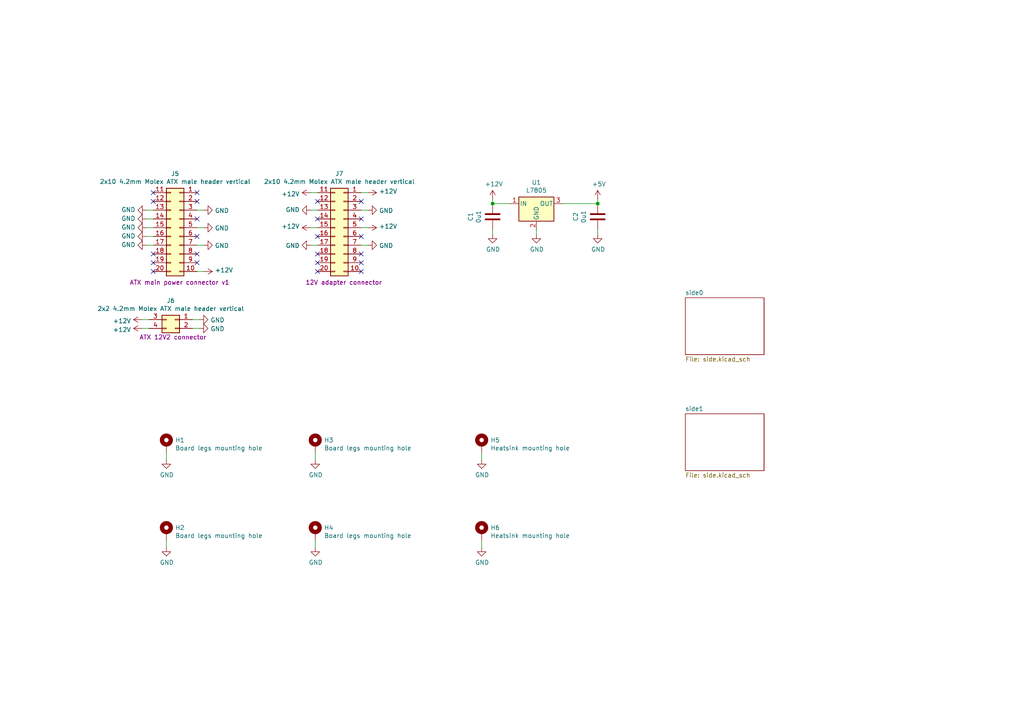
<source format=kicad_sch>
(kicad_sch (version 20211123) (generator eeschema)
  (paper "A4")
  (lib_symbols
    (symbol "Connector_Generic:Conn_02x02_Top_Bottom" (pin_names (offset 1.016) hide)
      (property "Reference" "J" (at 1.27 2.54 0))
      (property "Value" "Conn_02x02_Top_Bottom" (at 1.27 -5.08 0))
      (symbol "Conn_02x02_Top_Bottom_1_1"
        (rectangle (start -1.27 -2.413) (end 0 -2.667) (stroke (width 0.1524)))
        (rectangle (start -1.27 0.127) (end 0 -0.127) (stroke (width 0.1524)))
        (rectangle (start -1.27 1.27) (end 3.81 -3.81) (stroke (width 0.254)) (fill (type background)))
        (rectangle (start 3.81 -2.413) (end 2.54 -2.667) (stroke (width 0.1524)))
        (rectangle (start 3.81 0.127) (end 2.54 -0.127) (stroke (width 0.1524)))
        (pin passive line (at -5.08 0 0) (length 3.81) (name "Pin_1") (number "1"))
        (pin passive line (at -5.08 -2.54 0) (length 3.81) (name "Pin_2") (number "2"))
        (pin passive line (at 7.62 0 180) (length 3.81) (name "Pin_3") (number "3"))
        (pin passive line (at 7.62 -2.54 180) (length 3.81) (name "Pin_4") (number "4"))
      )
    )
    (symbol "Connector_Generic:Conn_02x10_Top_Bottom" (pin_names (offset 1.016) hide)
      (property "Reference" "J" (at 1.27 12.7 0))
      (property "Value" "Conn_02x10_Top_Bottom" (at 1.27 -15.24 0))
      (symbol "Conn_02x10_Top_Bottom_1_1"
        (rectangle (start -1.27 -12.573) (end 0 -12.827) (stroke (width 0.1524)))
        (rectangle (start -1.27 -10.033) (end 0 -10.287) (stroke (width 0.1524)))
        (rectangle (start -1.27 -7.493) (end 0 -7.747) (stroke (width 0.1524)))
        (rectangle (start -1.27 -4.953) (end 0 -5.207) (stroke (width 0.1524)))
        (rectangle (start -1.27 -2.413) (end 0 -2.667) (stroke (width 0.1524)))
        (rectangle (start -1.27 0.127) (end 0 -0.127) (stroke (width 0.1524)))
        (rectangle (start -1.27 2.667) (end 0 2.413) (stroke (width 0.1524)))
        (rectangle (start -1.27 5.207) (end 0 4.953) (stroke (width 0.1524)))
        (rectangle (start -1.27 7.747) (end 0 7.493) (stroke (width 0.1524)))
        (rectangle (start -1.27 10.287) (end 0 10.033) (stroke (width 0.1524)))
        (rectangle (start -1.27 11.43) (end 3.81 -13.97) (stroke (width 0.254)) (fill (type background)))
        (rectangle (start 3.81 -12.573) (end 2.54 -12.827) (stroke (width 0.1524)))
        (rectangle (start 3.81 -10.033) (end 2.54 -10.287) (stroke (width 0.1524)))
        (rectangle (start 3.81 -7.493) (end 2.54 -7.747) (stroke (width 0.1524)))
        (rectangle (start 3.81 -4.953) (end 2.54 -5.207) (stroke (width 0.1524)))
        (rectangle (start 3.81 -2.413) (end 2.54 -2.667) (stroke (width 0.1524)))
        (rectangle (start 3.81 0.127) (end 2.54 -0.127) (stroke (width 0.1524)))
        (rectangle (start 3.81 2.667) (end 2.54 2.413) (stroke (width 0.1524)))
        (rectangle (start 3.81 5.207) (end 2.54 4.953) (stroke (width 0.1524)))
        (rectangle (start 3.81 7.747) (end 2.54 7.493) (stroke (width 0.1524)))
        (rectangle (start 3.81 10.287) (end 2.54 10.033) (stroke (width 0.1524)))
        (pin passive line (at -5.08 10.16 0) (length 3.81) (name "Pin_1") (number "1"))
        (pin passive line (at -5.08 -12.7 0) (length 3.81) (name "Pin_10") (number "10"))
        (pin passive line (at 7.62 10.16 180) (length 3.81) (name "Pin_11") (number "11"))
        (pin passive line (at 7.62 7.62 180) (length 3.81) (name "Pin_12") (number "12"))
        (pin passive line (at 7.62 5.08 180) (length 3.81) (name "Pin_13") (number "13"))
        (pin passive line (at 7.62 2.54 180) (length 3.81) (name "Pin_14") (number "14"))
        (pin passive line (at 7.62 0 180) (length 3.81) (name "Pin_15") (number "15"))
        (pin passive line (at 7.62 -2.54 180) (length 3.81) (name "Pin_16") (number "16"))
        (pin passive line (at 7.62 -5.08 180) (length 3.81) (name "Pin_17") (number "17"))
        (pin passive line (at 7.62 -7.62 180) (length 3.81) (name "Pin_18") (number "18"))
        (pin passive line (at 7.62 -10.16 180) (length 3.81) (name "Pin_19") (number "19"))
        (pin passive line (at -5.08 7.62 0) (length 3.81) (name "Pin_2") (number "2"))
        (pin passive line (at 7.62 -12.7 180) (length 3.81) (name "Pin_20") (number "20"))
        (pin passive line (at -5.08 5.08 0) (length 3.81) (name "Pin_3") (number "3"))
        (pin passive line (at -5.08 2.54 0) (length 3.81) (name "Pin_4") (number "4"))
        (pin passive line (at -5.08 0 0) (length 3.81) (name "Pin_5") (number "5"))
        (pin passive line (at -5.08 -2.54 0) (length 3.81) (name "Pin_6") (number "6"))
        (pin passive line (at -5.08 -5.08 0) (length 3.81) (name "Pin_7") (number "7"))
        (pin passive line (at -5.08 -7.62 0) (length 3.81) (name "Pin_8") (number "8"))
        (pin passive line (at -5.08 -10.16 0) (length 3.81) (name "Pin_9") (number "9"))
      )
    )
    (symbol "Device:C" (pin_numbers hide) (pin_names (offset 0.254))
      (property "Reference" "C" (at 0.635 2.54 0))
      (property "Value" "C" (at 0.635 -2.54 0))
      (symbol "C_0_1"
        (polyline (pts (xy -2.032 -0.762) (xy 2.032 -0.762)) (stroke (width 0.508)))
        (polyline (pts (xy -2.032 0.762) (xy 2.032 0.762)) (stroke (width 0.508)))
      )
      (symbol "C_1_1"
        (pin passive line (at 0 3.81 270) (length 2.794) (name "~") (number "1"))
        (pin passive line (at 0 -3.81 90) (length 2.794) (name "~") (number "2"))
      )
    )
    (symbol "Mechanical:MountingHole_Pad" (pin_numbers hide) (pin_names (offset 1.016) hide)
      (property "Reference" "H" (at 0 6.35 0))
      (property "Value" "MountingHole_Pad" (at 0 4.445 0))
      (symbol "MountingHole_Pad_0_1"
        (circle (center 0 1.27) (radius 1.27) (stroke (width 1.27)))
      )
      (symbol "MountingHole_Pad_1_1"
        (pin input line (at 0 -2.54 90) (length 2.54) (name "1") (number "1"))
      )
    )
    (symbol "Regulator_Linear:L7805" (pin_names (offset 0.254))
      (property "Reference" "U" (at -3.81 3.175 0))
      (property "Value" "L7805" (at 0 3.175 0))
      (symbol "L7805_0_1"
        (rectangle (start -5.08 1.905) (end 5.08 -5.08) (stroke (width 0.254)) (fill (type background)))
      )
      (symbol "L7805_1_1"
        (pin power_in line (at -7.62 0 0) (length 2.54) (name "IN") (number "1"))
        (pin power_in line (at 0 -7.62 90) (length 2.54) (name "GND") (number "2"))
        (pin power_out line (at 7.62 0 180) (length 2.54) (name "OUT") (number "3"))
      )
    )
    (symbol "power:+12V" (power) (pin_names (offset 0))
      (property "Value" "+12V" (at 0 3.556 0))
      (symbol "+12V_0_1"
        (polyline (pts (xy -0.762 1.27) (xy 0 2.54)))
        (polyline (pts (xy 0 0) (xy 0 2.54)))
        (polyline (pts (xy 0 2.54) (xy 0.762 1.27)))
      )
      (symbol "+12V_1_1"
        (pin power_in line (at 0 0 90) (length 0) hide (name "+12V") (number "1"))
      )
    )
    (symbol "power:+5V" (power) (pin_names (offset 0))
      (property "Value" "+5V" (at 0 3.556 0))
      (symbol "+5V_0_1"
        (polyline (pts (xy -0.762 1.27) (xy 0 2.54)))
        (polyline (pts (xy 0 0) (xy 0 2.54)))
        (polyline (pts (xy 0 2.54) (xy 0.762 1.27)))
      )
      (symbol "+5V_1_1"
        (pin power_in line (at 0 0 90) (length 0) hide (name "+5V") (number "1"))
      )
    )
    (symbol "power:GND" (power) (pin_names (offset 0))
      (property "Value" "GND" (at 0 -3.81 0))
      (symbol "GND_0_1"
        (polyline (pts (xy 0 0) (xy 0 -1.27) (xy 1.27 -1.27) (xy 0 -2.54) (xy -1.27 -1.27) (xy 0 -1.27)))
      )
      (symbol "GND_1_1"
        (pin power_in line (at 0 0 270) (length 0) hide (name "GND") (number "1"))
      )
    )
  )
  (junction (at 173.355 59.055))
  (junction (at 142.875 59.055))
  (no_connect (at 104.775 63.5))
  (no_connect (at 92.075 76.2))
  (no_connect (at 57.15 73.66))
  (no_connect (at 57.15 63.5))
  (no_connect (at 92.075 78.74))
  (no_connect (at 92.075 58.42))
  (no_connect (at 104.775 76.2))
  (no_connect (at 104.775 78.74))
  (no_connect (at 104.775 73.66))
  (no_connect (at 57.15 58.42))
  (no_connect (at 57.15 68.58))
  (no_connect (at 44.45 73.66))
  (no_connect (at 104.775 68.58))
  (no_connect (at 92.075 68.58))
  (no_connect (at 92.075 73.66))
  (no_connect (at 57.15 76.2))
  (no_connect (at 44.45 76.2))
  (no_connect (at 57.15 55.88))
  (no_connect (at 44.45 58.42))
  (no_connect (at 44.45 78.74))
  (no_connect (at 92.075 63.5))
  (no_connect (at 44.45 55.88))
  (no_connect (at 104.775 58.42))
  (wire (pts (xy 139.7 158.75) (xy 139.7 156.845)))
  (wire (pts (xy 41.275 92.71) (xy 43.18 92.71)))
  (wire (pts (xy 42.545 66.04) (xy 44.45 66.04)))
  (wire (pts (xy 106.68 66.04) (xy 104.775 66.04)))
  (wire (pts (xy 142.875 59.055) (xy 147.955 59.055)))
  (wire (pts (xy 163.195 59.055) (xy 173.355 59.055)))
  (wire (pts (xy 91.44 133.35) (xy 91.44 131.445)))
  (wire (pts (xy 173.355 57.785) (xy 173.355 59.055)))
  (wire (pts (xy 57.785 95.25) (xy 55.88 95.25)))
  (wire (pts (xy 90.17 55.88) (xy 92.075 55.88)))
  (wire (pts (xy 59.055 71.12) (xy 57.15 71.12)))
  (wire (pts (xy 48.26 133.35) (xy 48.26 131.445)))
  (wire (pts (xy 42.545 71.12) (xy 44.45 71.12)))
  (wire (pts (xy 48.26 158.75) (xy 48.26 156.845)))
  (wire (pts (xy 42.545 68.58) (xy 44.45 68.58)))
  (wire (pts (xy 106.68 60.96) (xy 104.775 60.96)))
  (wire (pts (xy 142.875 59.055) (xy 142.875 57.785)))
  (wire (pts (xy 59.055 78.74) (xy 57.15 78.74)))
  (wire (pts (xy 90.17 71.12) (xy 92.075 71.12)))
  (wire (pts (xy 106.68 55.88) (xy 104.775 55.88)))
  (wire (pts (xy 139.7 133.35) (xy 139.7 131.445)))
  (wire (pts (xy 57.785 92.71) (xy 55.88 92.71)))
  (wire (pts (xy 106.68 71.12) (xy 104.775 71.12)))
  (wire (pts (xy 42.545 63.5) (xy 44.45 63.5)))
  (wire (pts (xy 42.545 60.96) (xy 44.45 60.96)))
  (wire (pts (xy 155.575 67.945) (xy 155.575 66.675)))
  (wire (pts (xy 173.355 67.945) (xy 173.355 66.675)))
  (wire (pts (xy 59.055 60.96) (xy 57.15 60.96)))
  (wire (pts (xy 41.275 95.25) (xy 43.18 95.25)))
  (wire (pts (xy 59.055 66.04) (xy 57.15 66.04)))
  (wire (pts (xy 142.875 67.945) (xy 142.875 66.675)))
  (wire (pts (xy 90.17 66.04) (xy 92.075 66.04)))
  (wire (pts (xy 91.44 158.75) (xy 91.44 156.845)))
  (wire (pts (xy 90.17 60.96) (xy 92.075 60.96)))
  (symbol (lib_id "Regulator_Linear:L7805") (at 155.575 59.055 0) (unit 1)
    (property "Reference" "U1" (at 155.575 52.9082 0))
    (property "Value" "L7805" (at 155.575 55.2196 0))
    (property "Footprint" "Package_TO_SOT_THT:TO-220-3_Vertical" (effects hide))
    (property "Datasheet" "http://www.st.com/content/ccc/resource/technical/document/datasheet/41/4f/b3/b0/12/d4/47/88/CD00000444.pdf/files/CD00000444.pdf/jcr:content/translations/en.CD00000444.pdf" (effects hide))
  )
  (symbol (lib_id "Device:C") (at 173.355 62.865 180) (unit 1)
    (property "Reference" "C2" (at 166.9542 62.865 90))
    (property "Value" "0u1" (at 169.2656 62.865 90))
    (property "Footprint" "Capacitor_THT:C_Disc_D5.0mm_W2.5mm_P5.00mm" (effects hide))
  )
  (symbol (lib_id "power:+5V") (at 173.355 57.785 0) (unit 1)
    (property "Reference" "#PWR0117" (effects hide))
    (property "Value" "+5V" (at 173.736 53.3908 0))
  )
  (symbol (lib_id "power:GND") (at 173.355 67.945 0) (unit 1)
    (property "Reference" "#PWR0118" (effects hide))
    (property "Value" "GND" (at 173.482 72.3392 0))
  )
  (symbol (lib_id "power:+12V") (at 142.875 57.785 0) (unit 1)
    (property "Reference" "#PWR0114" (effects hide))
    (property "Value" "+12V" (at 143.256 53.3908 0))
  )
  (symbol (lib_id "Device:C") (at 142.875 62.865 180) (unit 1)
    (property "Reference" "C1" (at 136.4742 62.865 90))
    (property "Value" "0u1" (at 138.7856 62.865 90))
    (property "Footprint" "Capacitor_THT:C_Disc_D5.0mm_W2.5mm_P5.00mm" (effects hide))
  )
  (symbol (lib_id "power:GND") (at 142.875 67.945 0) (unit 1)
    (property "Reference" "#PWR0115" (effects hide))
    (property "Value" "GND" (at 143.002 72.3392 0))
  )
  (symbol (lib_id "power:GND") (at 155.575 67.945 0) (unit 1)
    (property "Reference" "#PWR0116" (effects hide))
    (property "Value" "GND" (at 155.702 72.3392 0))
  )
  (symbol (lib_id "Connector_Generic:Conn_02x10_Top_Bottom") (at 52.07 66.04 0) (mirror y) (unit 1)
    (property "Reference" "J5" (at 50.8 50.3682 0))
    (property "Value" "2x10 4.2mm Molex ATX male header vertical" (at 50.8 52.6796 0))
    (property "Footprint" "Connector_Molex:Molex_Mini-Fit_Jr_5566-20A_2x10_P4.20mm_Vertical" (effects hide))
    (property "Comment" "ATX main power connector v1" (at 52.07 81.915 0))
  )
  (symbol (lib_id "Connector_Generic:Conn_02x02_Top_Bottom") (at 50.8 92.71 0) (mirror y) (unit 1)
    (property "Reference" "J6" (at 49.53 87.1982 0))
    (property "Value" "2x2 4.2mm Molex ATX male header vertical" (at 49.53 89.5096 0))
    (property "Footprint" "Connector_Molex:Molex_Mini-Fit_Jr_5566-04A_2x02_P4.20mm_Vertical" (effects hide))
    (property "Comment" "ATX 12V2 connector" (at 50.165 97.79 0))
  )
  (symbol (lib_id "power:GND") (at 57.785 92.71 90) (mirror x) (unit 1)
    (property "Reference" "#PWR07" (effects hide))
    (property "Value" "GND" (at 61.0362 92.837 90) (effects (justify right)))
  )
  (symbol (lib_id "power:GND") (at 57.785 95.25 90) (mirror x) (unit 1)
    (property "Reference" "#PWR08" (effects hide))
    (property "Value" "GND" (at 61.0362 95.377 90) (effects (justify right)))
  )
  (symbol (lib_id "power:+12V") (at 41.275 92.71 90) (mirror x) (unit 1)
    (property "Reference" "#PWR064" (effects hide))
    (property "Value" "+12V" (at 38.0238 93.091 90) (effects (justify left)))
  )
  (symbol (lib_id "power:+12V") (at 59.055 78.74 270) (mirror x) (unit 1)
    (property "Reference" "#PWR0119" (effects hide))
    (property "Value" "+12V" (at 62.3062 78.359 90) (effects (justify left)))
  )
  (symbol (lib_id "power:+12V") (at 41.275 95.25 90) (mirror x) (unit 1)
    (property "Reference" "#PWR0113" (effects hide))
    (property "Value" "+12V" (at 38.0238 95.631 90) (effects (justify left)))
  )
  (symbol (lib_id "power:GND") (at 42.545 63.5 270) (mirror x) (unit 1)
    (property "Reference" "#PWR0120" (effects hide))
    (property "Value" "GND" (at 39.2938 63.373 90) (effects (justify right)))
  )
  (symbol (lib_id "power:GND") (at 59.055 60.96 90) (mirror x) (unit 1)
    (property "Reference" "#PWR04" (effects hide))
    (property "Value" "GND" (at 62.3062 61.087 90) (effects (justify right)))
  )
  (symbol (lib_id "power:GND") (at 59.055 66.04 90) (mirror x) (unit 1)
    (property "Reference" "#PWR05" (effects hide))
    (property "Value" "GND" (at 62.3062 66.167 90) (effects (justify right)))
  )
  (symbol (lib_id "power:GND") (at 59.055 71.12 90) (mirror x) (unit 1)
    (property "Reference" "#PWR06" (effects hide))
    (property "Value" "GND" (at 62.3062 71.247 90) (effects (justify right)))
  )
  (symbol (lib_id "power:GND") (at 42.545 60.96 270) (mirror x) (unit 1)
    (property "Reference" "#PWR060" (effects hide))
    (property "Value" "GND" (at 39.2938 60.833 90) (effects (justify right)))
  )
  (symbol (lib_id "power:GND") (at 42.545 66.04 270) (mirror x) (unit 1)
    (property "Reference" "#PWR061" (effects hide))
    (property "Value" "GND" (at 39.2938 65.913 90) (effects (justify right)))
  )
  (symbol (lib_id "power:GND") (at 42.545 68.58 270) (mirror x) (unit 1)
    (property "Reference" "#PWR062" (effects hide))
    (property "Value" "GND" (at 39.2938 68.453 90) (effects (justify right)))
  )
  (symbol (lib_id "power:GND") (at 42.545 71.12 270) (mirror x) (unit 1)
    (property "Reference" "#PWR063" (effects hide))
    (property "Value" "GND" (at 39.2938 70.993 90) (effects (justify right)))
  )
  (symbol (lib_id "Connector_Generic:Conn_02x10_Top_Bottom") (at 99.695 66.04 0) (mirror y) (unit 1)
    (property "Reference" "J7" (at 98.425 50.3682 0))
    (property "Value" "2x10 4.2mm Molex ATX male header vertical" (at 98.425 52.6796 0))
    (property "Footprint" "Connector_Molex:Molex_Mini-Fit_Jr_5566-20A_2x10_P4.20mm_Vertical" (effects hide))
    (property "Comment" "12V adapter connector" (at 99.695 81.915 0))
  )
  (symbol (lib_id "power:GND") (at 90.17 60.96 270) (mirror x) (unit 1)
    (property "Reference" "#PWR0121" (effects hide))
    (property "Value" "GND" (at 86.9188 60.833 90) (effects (justify right)))
  )
  (symbol (lib_id "power:GND") (at 106.68 60.96 90) (mirror x) (unit 1)
    (property "Reference" "#PWR0122" (effects hide))
    (property "Value" "GND" (at 109.9312 61.087 90) (effects (justify right)))
  )
  (symbol (lib_id "power:+12V") (at 90.17 55.88 90) (mirror x) (unit 1)
    (property "Reference" "#PWR0123" (effects hide))
    (property "Value" "+12V" (at 86.9188 56.261 90) (effects (justify left)))
  )
  (symbol (lib_id "power:+12V") (at 106.68 55.88 270) (mirror x) (unit 1)
    (property "Reference" "#PWR0124" (effects hide))
    (property "Value" "+12V" (at 109.9312 55.499 90) (effects (justify left)))
  )
  (symbol (lib_id "power:GND") (at 106.68 71.12 90) (mirror x) (unit 1)
    (property "Reference" "#PWR0125" (effects hide))
    (property "Value" "GND" (at 109.9312 71.247 90) (effects (justify right)))
  )
  (symbol (lib_id "power:+12V") (at 106.68 66.04 270) (mirror x) (unit 1)
    (property "Reference" "#PWR0126" (effects hide))
    (property "Value" "+12V" (at 109.9312 65.659 90) (effects (justify left)))
  )
  (symbol (lib_id "power:GND") (at 90.17 71.12 270) (unit 1)
    (property "Reference" "#PWR0127" (effects hide))
    (property "Value" "GND" (at 86.9188 71.247 90) (effects (justify right)))
  )
  (symbol (lib_id "power:+12V") (at 90.17 66.04 90) (unit 1)
    (property "Reference" "#PWR0128" (effects hide))
    (property "Value" "+12V" (at 86.9188 65.659 90) (effects (justify left)))
  )
  (symbol (lib_id "Mechanical:MountingHole_Pad") (at 139.7 154.305 0) (unit 1)
    (property "Reference" "H6" (at 142.24 153.0604 0) (effects (justify left)))
    (property "Value" "Heatsink mounting hole" (at 142.24 155.3718 0) (effects (justify left)))
    (property "Footprint" "MountingHole:MountingHole_3.2mm_M3_Pad" (effects hide))
  )
  (symbol (lib_id "power:GND") (at 139.7 158.75 0) (unit 1)
    (property "Reference" "#PWR0142" (effects hide))
    (property "Value" "GND" (at 139.827 163.1442 0))
  )
  (symbol (lib_id "Mechanical:MountingHole_Pad") (at 139.7 128.905 0) (unit 1)
    (property "Reference" "H5" (at 142.24 127.6604 0) (effects (justify left)))
    (property "Value" "Heatsink mounting hole" (at 142.24 129.9718 0) (effects (justify left)))
    (property "Footprint" "MountingHole:MountingHole_3.2mm_M3_Pad" (effects hide))
  )
  (symbol (lib_id "power:GND") (at 139.7 133.35 0) (unit 1)
    (property "Reference" "#PWR0141" (effects hide))
    (property "Value" "GND" (at 139.827 137.7442 0))
  )
  (symbol (lib_id "Mechanical:MountingHole_Pad") (at 48.26 154.305 0) (unit 1)
    (property "Reference" "H2" (at 50.8 153.0604 0) (effects (justify left)))
    (property "Value" "Board legs mounting hole" (at 50.8 155.3718 0) (effects (justify left)))
    (property "Footprint" "MountingHole:MountingHole_3.2mm_M3_Pad" (effects hide))
  )
  (symbol (lib_id "power:GND") (at 48.26 158.75 0) (unit 1)
    (property "Reference" "#PWR0130" (effects hide))
    (property "Value" "GND" (at 48.387 163.1442 0))
  )
  (symbol (lib_id "Mechanical:MountingHole_Pad") (at 91.44 154.305 0) (unit 1)
    (property "Reference" "H4" (at 93.98 153.0604 0) (effects (justify left)))
    (property "Value" "Board legs mounting hole" (at 93.98 155.3718 0) (effects (justify left)))
    (property "Footprint" "MountingHole:MountingHole_3.2mm_M3_Pad" (effects hide))
  )
  (symbol (lib_id "power:GND") (at 91.44 158.75 0) (unit 1)
    (property "Reference" "#PWR0132" (effects hide))
    (property "Value" "GND" (at 91.567 163.1442 0))
  )
  (symbol (lib_id "Mechanical:MountingHole_Pad") (at 91.44 128.905 0) (unit 1)
    (property "Reference" "H3" (at 93.98 127.6604 0) (effects (justify left)))
    (property "Value" "Board legs mounting hole" (at 93.98 129.9718 0) (effects (justify left)))
    (property "Footprint" "MountingHole:MountingHole_3.2mm_M3_Pad" (effects hide))
  )
  (symbol (lib_id "power:GND") (at 91.44 133.35 0) (unit 1)
    (property "Reference" "#PWR0131" (effects hide))
    (property "Value" "GND" (at 91.567 137.7442 0))
  )
  (symbol (lib_id "Mechanical:MountingHole_Pad") (at 48.26 128.905 0) (unit 1)
    (property "Reference" "H1" (at 50.8 127.6604 0) (effects (justify left)))
    (property "Value" "Board legs mounting hole" (at 50.8 129.9718 0) (effects (justify left)))
    (property "Footprint" "MountingHole:MountingHole_3.2mm_M3_Pad" (effects hide))
  )
  (symbol (lib_id "power:GND") (at 48.26 133.35 0) (unit 1)
    (property "Reference" "#PWR0129" (effects hide))
    (property "Value" "GND" (at 48.387 137.7442 0))
  )
  (sheet (at 198.755 86.36) (size 22.86 16.51)
    (property "Sheet name" "side0" (at 198.755 85.6484 0) (effects (justify left bottom)))
    (property "Sheet file" "side.kicad_sch" (at 198.755 103.4546 0) (effects (justify left top)))
  )
  (sheet (at 198.755 120.015) (size 22.86 16.51)
    (property "Sheet name" "side1" (at 198.755 119.3034 0) (effects (justify left bottom)))
    (property "Sheet file" "side.kicad_sch" (at 198.755 137.1096 0) (effects (justify left top)))
  )
)
</source>
